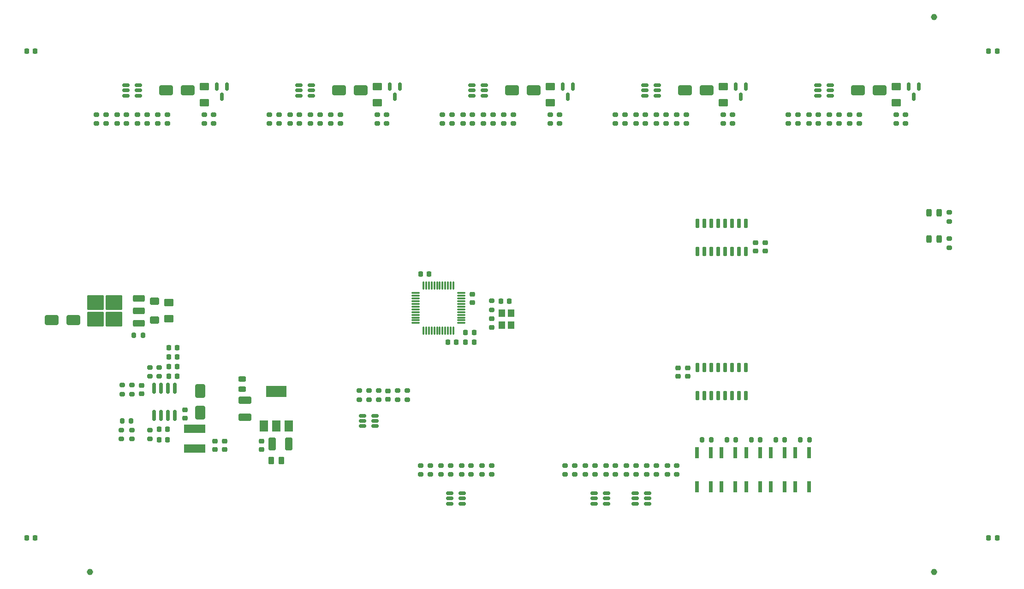
<source format=gbr>
%TF.GenerationSoftware,KiCad,Pcbnew,7.0.5*%
%TF.CreationDate,2023-06-14T02:28:05+02:00*%
%TF.ProjectId,bd845-pwb,62643834-352d-4707-9762-2e6b69636164,1.0.0*%
%TF.SameCoordinates,Original*%
%TF.FileFunction,Paste,Top*%
%TF.FilePolarity,Positive*%
%FSLAX46Y46*%
G04 Gerber Fmt 4.6, Leading zero omitted, Abs format (unit mm)*
G04 Created by KiCad (PCBNEW 7.0.5) date 2023-06-14 02:28:05*
%MOMM*%
%LPD*%
G01*
G04 APERTURE LIST*
G04 Aperture macros list*
%AMRoundRect*
0 Rectangle with rounded corners*
0 $1 Rounding radius*
0 $2 $3 $4 $5 $6 $7 $8 $9 X,Y pos of 4 corners*
0 Add a 4 corners polygon primitive as box body*
4,1,4,$2,$3,$4,$5,$6,$7,$8,$9,$2,$3,0*
0 Add four circle primitives for the rounded corners*
1,1,$1+$1,$2,$3*
1,1,$1+$1,$4,$5*
1,1,$1+$1,$6,$7*
1,1,$1+$1,$8,$9*
0 Add four rect primitives between the rounded corners*
20,1,$1+$1,$2,$3,$4,$5,0*
20,1,$1+$1,$4,$5,$6,$7,0*
20,1,$1+$1,$6,$7,$8,$9,0*
20,1,$1+$1,$8,$9,$2,$3,0*%
G04 Aperture macros list end*
%ADD10RoundRect,0.200000X-0.275000X0.200000X-0.275000X-0.200000X0.275000X-0.200000X0.275000X0.200000X0*%
%ADD11RoundRect,0.225000X0.250000X-0.225000X0.250000X0.225000X-0.250000X0.225000X-0.250000X-0.225000X0*%
%ADD12RoundRect,0.200000X0.275000X-0.200000X0.275000X0.200000X-0.275000X0.200000X-0.275000X-0.200000X0*%
%ADD13RoundRect,0.150000X0.512500X0.150000X-0.512500X0.150000X-0.512500X-0.150000X0.512500X-0.150000X0*%
%ADD14R,0.640000X2.000000*%
%ADD15RoundRect,0.243750X-0.456250X0.243750X-0.456250X-0.243750X0.456250X-0.243750X0.456250X0.243750X0*%
%ADD16RoundRect,0.200000X0.200000X0.275000X-0.200000X0.275000X-0.200000X-0.275000X0.200000X-0.275000X0*%
%ADD17RoundRect,0.225000X-0.250000X0.225000X-0.250000X-0.225000X0.250000X-0.225000X0.250000X0.225000X0*%
%ADD18RoundRect,0.250001X-0.624999X0.462499X-0.624999X-0.462499X0.624999X-0.462499X0.624999X0.462499X0*%
%ADD19RoundRect,0.075000X0.662500X0.075000X-0.662500X0.075000X-0.662500X-0.075000X0.662500X-0.075000X0*%
%ADD20RoundRect,0.075000X0.075000X0.662500X-0.075000X0.662500X-0.075000X-0.662500X0.075000X-0.662500X0*%
%ADD21RoundRect,0.225000X-0.225000X-0.250000X0.225000X-0.250000X0.225000X0.250000X-0.225000X0.250000X0*%
%ADD22RoundRect,0.150000X-0.150000X0.825000X-0.150000X-0.825000X0.150000X-0.825000X0.150000X0.825000X0*%
%ADD23RoundRect,0.250000X-1.000000X-0.650000X1.000000X-0.650000X1.000000X0.650000X-1.000000X0.650000X0*%
%ADD24RoundRect,0.225000X0.225000X0.250000X-0.225000X0.250000X-0.225000X-0.250000X0.225000X-0.250000X0*%
%ADD25RoundRect,0.243750X0.243750X0.456250X-0.243750X0.456250X-0.243750X-0.456250X0.243750X-0.456250X0*%
%ADD26RoundRect,0.250000X0.650000X-1.000000X0.650000X1.000000X-0.650000X1.000000X-0.650000X-1.000000X0*%
%ADD27RoundRect,0.150000X-0.512500X-0.150000X0.512500X-0.150000X0.512500X0.150000X-0.512500X0.150000X0*%
%ADD28RoundRect,0.250000X0.412500X0.925000X-0.412500X0.925000X-0.412500X-0.925000X0.412500X-0.925000X0*%
%ADD29RoundRect,0.250000X-0.600000X0.400000X-0.600000X-0.400000X0.600000X-0.400000X0.600000X0.400000X0*%
%ADD30RoundRect,0.150000X-0.150000X0.587500X-0.150000X-0.587500X0.150000X-0.587500X0.150000X0.587500X0*%
%ADD31R,1.500000X2.000000*%
%ADD32R,3.800000X2.000000*%
%ADD33C,1.152000*%
%ADD34RoundRect,0.200000X-0.200000X-0.275000X0.200000X-0.275000X0.200000X0.275000X-0.200000X0.275000X0*%
%ADD35RoundRect,0.150000X-0.150000X0.725000X-0.150000X-0.725000X0.150000X-0.725000X0.150000X0.725000X0*%
%ADD36R,1.200000X1.400000*%
%ADD37RoundRect,0.250000X-0.925000X0.412500X-0.925000X-0.412500X0.925000X-0.412500X0.925000X0.412500X0*%
%ADD38RoundRect,0.250000X0.850000X0.350000X-0.850000X0.350000X-0.850000X-0.350000X0.850000X-0.350000X0*%
%ADD39RoundRect,0.250000X1.275000X1.125000X-1.275000X1.125000X-1.275000X-1.125000X1.275000X-1.125000X0*%
%ADD40R,4.000000X1.500000*%
%ADD41RoundRect,0.250000X-0.262500X-0.450000X0.262500X-0.450000X0.262500X0.450000X-0.262500X0.450000X0*%
%ADD42RoundRect,0.150000X0.150000X-0.725000X0.150000X0.725000X-0.150000X0.725000X-0.150000X-0.725000X0*%
G04 APERTURE END LIST*
D10*
%TO.C,R203*%
X81750000Y-109425000D03*
X81750000Y-111075000D03*
%TD*%
D11*
%TO.C,C211*%
X93750000Y-124525000D03*
X93750000Y-122975000D03*
%TD*%
D12*
%TO.C,R507*%
X79500000Y-64575000D03*
X79500000Y-62925000D03*
%TD*%
D13*
%TO.C,U901*%
X204887500Y-59450000D03*
X204887500Y-58500000D03*
X204887500Y-57550000D03*
X202612500Y-57550000D03*
X202612500Y-58500000D03*
X202612500Y-59450000D03*
%TD*%
D12*
%TO.C,R210*%
X226750000Y-82575000D03*
X226750000Y-80925000D03*
%TD*%
D14*
%TO.C,U405*%
X183020000Y-125100000D03*
X180480000Y-125100000D03*
X180480000Y-131400000D03*
X183020000Y-131400000D03*
%TD*%
D12*
%TO.C,R502*%
X74000000Y-64575000D03*
X74000000Y-62925000D03*
%TD*%
%TO.C,R417*%
X158000000Y-129075000D03*
X158000000Y-127425000D03*
%TD*%
D15*
%TO.C,F202*%
X97000000Y-111562500D03*
X97000000Y-113437500D03*
%TD*%
D12*
%TO.C,R407*%
X160000000Y-129075000D03*
X160000000Y-127425000D03*
%TD*%
D11*
%TO.C,C212*%
X100500000Y-124525000D03*
X100500000Y-122975000D03*
%TD*%
D10*
%TO.C,R510*%
X90000000Y-62925000D03*
X90000000Y-64575000D03*
%TD*%
%TO.C,R509*%
X91750000Y-62925000D03*
X91750000Y-64575000D03*
%TD*%
D12*
%TO.C,R104*%
X135250000Y-129075000D03*
X135250000Y-127425000D03*
%TD*%
D13*
%TO.C,U801*%
X173137500Y-59450000D03*
X173137500Y-58500000D03*
X173137500Y-57550000D03*
X170862500Y-57550000D03*
X170862500Y-58500000D03*
X170862500Y-59450000D03*
%TD*%
D16*
%TO.C,R208*%
X76575000Y-119250000D03*
X74925000Y-119250000D03*
%TD*%
D13*
%TO.C,U501*%
X77887500Y-59450000D03*
X77887500Y-58500000D03*
X77887500Y-57550000D03*
X75612500Y-57550000D03*
X75612500Y-58500000D03*
X75612500Y-59450000D03*
%TD*%
D12*
%TO.C,R207*%
X76750000Y-122575000D03*
X76750000Y-120925000D03*
%TD*%
%TO.C,R508*%
X83250000Y-64575000D03*
X83250000Y-62925000D03*
%TD*%
%TO.C,R802*%
X169250000Y-64575000D03*
X169250000Y-62925000D03*
%TD*%
D17*
%TO.C,C206*%
X78500000Y-112725000D03*
X78500000Y-114275000D03*
%TD*%
D18*
%TO.C,F901*%
X217000000Y-57762500D03*
X217000000Y-60737500D03*
%TD*%
D19*
%TO.C,U301*%
X137162500Y-101250000D03*
X137162500Y-100750000D03*
X137162500Y-100250000D03*
X137162500Y-99750000D03*
X137162500Y-99250000D03*
X137162500Y-98750000D03*
X137162500Y-98250000D03*
X137162500Y-97750000D03*
X137162500Y-97250000D03*
X137162500Y-96750000D03*
X137162500Y-96250000D03*
X137162500Y-95750000D03*
D20*
X135750000Y-94337500D03*
X135250000Y-94337500D03*
X134750000Y-94337500D03*
X134250000Y-94337500D03*
X133750000Y-94337500D03*
X133250000Y-94337500D03*
X132750000Y-94337500D03*
X132250000Y-94337500D03*
X131750000Y-94337500D03*
X131250000Y-94337500D03*
X130750000Y-94337500D03*
X130250000Y-94337500D03*
D19*
X128837500Y-95750000D03*
X128837500Y-96250000D03*
X128837500Y-96750000D03*
X128837500Y-97250000D03*
X128837500Y-97750000D03*
X128837500Y-98250000D03*
X128837500Y-98750000D03*
X128837500Y-99250000D03*
X128837500Y-99750000D03*
X128837500Y-100250000D03*
X128837500Y-100750000D03*
X128837500Y-101250000D03*
D20*
X130250000Y-102662500D03*
X130750000Y-102662500D03*
X131250000Y-102662500D03*
X131750000Y-102662500D03*
X132250000Y-102662500D03*
X132750000Y-102662500D03*
X133250000Y-102662500D03*
X133750000Y-102662500D03*
X134250000Y-102662500D03*
X134750000Y-102662500D03*
X135250000Y-102662500D03*
X135750000Y-102662500D03*
%TD*%
D12*
%TO.C,R503*%
X77750000Y-64575000D03*
X77750000Y-62925000D03*
%TD*%
D10*
%TO.C,R209*%
X74750000Y-120925000D03*
X74750000Y-122575000D03*
%TD*%
D12*
%TO.C,R303*%
X142750000Y-98825000D03*
X142750000Y-97175000D03*
%TD*%
D21*
%TO.C,C208*%
X81725000Y-122750000D03*
X83275000Y-122750000D03*
%TD*%
D12*
%TO.C,R406*%
X156250000Y-129075000D03*
X156250000Y-127425000D03*
%TD*%
D21*
%TO.C,C306*%
X129725000Y-92250000D03*
X131275000Y-92250000D03*
%TD*%
D13*
%TO.C,U302*%
X121387500Y-120200000D03*
X121387500Y-119250000D03*
X121387500Y-118300000D03*
X119112500Y-118300000D03*
X119112500Y-119250000D03*
X119112500Y-120200000D03*
%TD*%
D17*
%TO.C,C301*%
X142750000Y-100475000D03*
X142750000Y-102025000D03*
%TD*%
D12*
%TO.C,R108*%
X133500000Y-129075000D03*
X133500000Y-127425000D03*
%TD*%
D22*
%TO.C,U201*%
X84655000Y-113275000D03*
X83385000Y-113275000D03*
X82115000Y-113275000D03*
X80845000Y-113275000D03*
X80845000Y-118225000D03*
X82115000Y-118225000D03*
X83385000Y-118225000D03*
X84655000Y-118225000D03*
%TD*%
D12*
%TO.C,R606*%
X107500000Y-64575000D03*
X107500000Y-62925000D03*
%TD*%
%TO.C,R608*%
X115000000Y-64575000D03*
X115000000Y-62925000D03*
%TD*%
D23*
%TO.C,D601*%
X114750000Y-58500000D03*
X118750000Y-58500000D03*
%TD*%
D24*
%TO.C,C102*%
X235550000Y-51250000D03*
X234000000Y-51250000D03*
%TD*%
D25*
%TO.C,D204*%
X224937500Y-81000000D03*
X223062500Y-81000000D03*
%TD*%
D12*
%TO.C,R102*%
X142750000Y-129075000D03*
X142750000Y-127425000D03*
%TD*%
D26*
%TO.C,D203*%
X89250000Y-117750000D03*
X89250000Y-113750000D03*
%TD*%
D27*
%TO.C,U406*%
X169112500Y-132550000D03*
X169112500Y-133500000D03*
X169112500Y-134450000D03*
X171387500Y-134450000D03*
X171387500Y-133500000D03*
X171387500Y-132550000D03*
%TD*%
D12*
%TO.C,R505*%
X72000000Y-64575000D03*
X72000000Y-62925000D03*
%TD*%
D17*
%TO.C,C307*%
X139250000Y-95975000D03*
X139250000Y-97525000D03*
%TD*%
D13*
%TO.C,U601*%
X109637500Y-59450000D03*
X109637500Y-58500000D03*
X109637500Y-57550000D03*
X107362500Y-57550000D03*
X107362500Y-58500000D03*
X107362500Y-59450000D03*
%TD*%
D23*
%TO.C,D701*%
X146500000Y-58500000D03*
X150500000Y-58500000D03*
%TD*%
D28*
%TO.C,C213*%
X105537500Y-123500000D03*
X102462500Y-123500000D03*
%TD*%
D11*
%TO.C,C105*%
X191250000Y-88025000D03*
X191250000Y-86475000D03*
%TD*%
D12*
%TO.C,R411*%
X175000000Y-129075000D03*
X175000000Y-127425000D03*
%TD*%
D10*
%TO.C,R709*%
X155250000Y-62925000D03*
X155250000Y-64575000D03*
%TD*%
D21*
%TO.C,C303*%
X144475000Y-97250000D03*
X146025000Y-97250000D03*
%TD*%
D23*
%TO.C,D901*%
X210000000Y-58500000D03*
X214000000Y-58500000D03*
%TD*%
D17*
%TO.C,C302*%
X123750000Y-113725000D03*
X123750000Y-115275000D03*
%TD*%
D12*
%TO.C,R806*%
X171000000Y-64575000D03*
X171000000Y-62925000D03*
%TD*%
%TO.C,R908*%
X210250000Y-64575000D03*
X210250000Y-62925000D03*
%TD*%
D29*
%TO.C,D202*%
X80925000Y-97250000D03*
X80925000Y-100750000D03*
%TD*%
D30*
%TO.C,Q701*%
X157700000Y-57812500D03*
X155800000Y-57812500D03*
X156750000Y-59687500D03*
%TD*%
D10*
%TO.C,R202*%
X75000000Y-112675000D03*
X75000000Y-114325000D03*
%TD*%
D12*
%TO.C,R708*%
X146750000Y-64575000D03*
X146750000Y-62925000D03*
%TD*%
%TO.C,R803*%
X173000000Y-64575000D03*
X173000000Y-62925000D03*
%TD*%
D31*
%TO.C,U202*%
X100950000Y-120150000D03*
X103250000Y-120150000D03*
D32*
X103250000Y-113850000D03*
D31*
X105550000Y-120150000D03*
%TD*%
D10*
%TO.C,R710*%
X153500000Y-62925000D03*
X153500000Y-64575000D03*
%TD*%
D12*
%TO.C,R415*%
X165500000Y-129075000D03*
X165500000Y-127425000D03*
%TD*%
%TO.C,R807*%
X174750000Y-64575000D03*
X174750000Y-62925000D03*
%TD*%
D21*
%TO.C,C101*%
X57450000Y-51250000D03*
X59000000Y-51250000D03*
%TD*%
D12*
%TO.C,R105*%
X131500000Y-129075000D03*
X131500000Y-127425000D03*
%TD*%
D13*
%TO.C,U701*%
X141387500Y-59450000D03*
X141387500Y-58500000D03*
X141387500Y-57550000D03*
X139112500Y-57550000D03*
X139112500Y-58500000D03*
X139112500Y-59450000D03*
%TD*%
D10*
%TO.C,R302*%
X127250000Y-113675000D03*
X127250000Y-115325000D03*
%TD*%
%TO.C,R910*%
X217000000Y-62925000D03*
X217000000Y-64575000D03*
%TD*%
D33*
%TO.C,REF\u002A\u002A*%
X224000000Y-147000000D03*
%TD*%
D21*
%TO.C,C205*%
X83475000Y-111000000D03*
X85025000Y-111000000D03*
%TD*%
D30*
%TO.C,Q901*%
X221200000Y-57812500D03*
X219300000Y-57812500D03*
X220250000Y-59687500D03*
%TD*%
D12*
%TO.C,R204*%
X80000000Y-111075000D03*
X80000000Y-109425000D03*
%TD*%
D33*
%TO.C,REF\u002A\u002A*%
X224000000Y-45000000D03*
%TD*%
D17*
%TO.C,C209*%
X86500000Y-117225000D03*
X86500000Y-118775000D03*
%TD*%
D34*
%TO.C,R403*%
X190425000Y-122750000D03*
X192075000Y-122750000D03*
%TD*%
%TO.C,R402*%
X194925000Y-122750000D03*
X196575000Y-122750000D03*
%TD*%
D12*
%TO.C,R409*%
X167500000Y-129075000D03*
X167500000Y-127425000D03*
%TD*%
D34*
%TO.C,R405*%
X181425000Y-122750000D03*
X183075000Y-122750000D03*
%TD*%
D12*
%TO.C,R304*%
X122000000Y-115325000D03*
X122000000Y-113675000D03*
%TD*%
%TO.C,R416*%
X161750000Y-129075000D03*
X161750000Y-127425000D03*
%TD*%
D34*
%TO.C,R401*%
X199425000Y-122750000D03*
X201075000Y-122750000D03*
%TD*%
D35*
%TO.C,U101*%
X189445000Y-82925000D03*
X188175000Y-82925000D03*
X186905000Y-82925000D03*
X185635000Y-82925000D03*
X184365000Y-82925000D03*
X183095000Y-82925000D03*
X181825000Y-82925000D03*
X180555000Y-82925000D03*
X180555000Y-88075000D03*
X181825000Y-88075000D03*
X183095000Y-88075000D03*
X184365000Y-88075000D03*
X185635000Y-88075000D03*
X186905000Y-88075000D03*
X188175000Y-88075000D03*
X189445000Y-88075000D03*
%TD*%
D12*
%TO.C,R906*%
X202750000Y-64575000D03*
X202750000Y-62925000D03*
%TD*%
%TO.C,R601*%
X102000000Y-64575000D03*
X102000000Y-62925000D03*
%TD*%
D21*
%TO.C,C203*%
X83475000Y-107500000D03*
X85025000Y-107500000D03*
%TD*%
D18*
%TO.C,F801*%
X185250000Y-57762500D03*
X185250000Y-60737500D03*
%TD*%
D10*
%TO.C,R909*%
X218750000Y-62925000D03*
X218750000Y-64575000D03*
%TD*%
%TO.C,R206*%
X80000000Y-120925000D03*
X80000000Y-122575000D03*
%TD*%
D12*
%TO.C,R301*%
X125500000Y-115325000D03*
X125500000Y-113675000D03*
%TD*%
D21*
%TO.C,C204*%
X83475000Y-109250000D03*
X85025000Y-109250000D03*
%TD*%
D12*
%TO.C,R701*%
X133750000Y-64575000D03*
X133750000Y-62925000D03*
%TD*%
D36*
%TO.C,Y301*%
X146350000Y-101600000D03*
X146350000Y-99400000D03*
X144650000Y-99400000D03*
X144650000Y-101600000D03*
%TD*%
D23*
%TO.C,D501*%
X83000000Y-58500000D03*
X87000000Y-58500000D03*
%TD*%
D25*
%TO.C,D101*%
X224937500Y-85825000D03*
X223062500Y-85825000D03*
%TD*%
D14*
%TO.C,U401*%
X201020000Y-125100000D03*
X198480000Y-125100000D03*
X198480000Y-131400000D03*
X201020000Y-131400000D03*
%TD*%
D12*
%TO.C,R603*%
X109500000Y-64575000D03*
X109500000Y-62925000D03*
%TD*%
%TO.C,R605*%
X103750000Y-64575000D03*
X103750000Y-62925000D03*
%TD*%
%TO.C,R702*%
X137500000Y-64575000D03*
X137500000Y-62925000D03*
%TD*%
D37*
%TO.C,C214*%
X97500000Y-115462500D03*
X97500000Y-118537500D03*
%TD*%
D12*
%TO.C,R103*%
X139000000Y-129075000D03*
X139000000Y-127425000D03*
%TD*%
D38*
%TO.C,Q201*%
X78050000Y-101280000D03*
X78050000Y-99000000D03*
D39*
X73425000Y-100525000D03*
X73425000Y-97475000D03*
X70075000Y-100525000D03*
X70075000Y-97475000D03*
D38*
X78050000Y-96720000D03*
%TD*%
D21*
%TO.C,C104*%
X57450000Y-140750000D03*
X59000000Y-140750000D03*
%TD*%
D10*
%TO.C,R101*%
X226750000Y-85750000D03*
X226750000Y-87400000D03*
%TD*%
D16*
%TO.C,R201*%
X78750000Y-103500000D03*
X77100000Y-103500000D03*
%TD*%
D27*
%TO.C,U407*%
X161612500Y-132550000D03*
X161612500Y-133500000D03*
X161612500Y-134450000D03*
X163887500Y-134450000D03*
X163887500Y-133500000D03*
X163887500Y-132550000D03*
%TD*%
D12*
%TO.C,R801*%
X165500000Y-64575000D03*
X165500000Y-62925000D03*
%TD*%
D18*
%TO.C,F601*%
X121750000Y-57762500D03*
X121750000Y-60737500D03*
%TD*%
D12*
%TO.C,R501*%
X70250000Y-64575000D03*
X70250000Y-62925000D03*
%TD*%
%TO.C,R109*%
X129750000Y-129075000D03*
X129750000Y-127425000D03*
%TD*%
%TO.C,R604*%
X113250000Y-64575000D03*
X113250000Y-62925000D03*
%TD*%
%TO.C,R305*%
X120250000Y-115325000D03*
X120250000Y-113675000D03*
%TD*%
%TO.C,R905*%
X199000000Y-64575000D03*
X199000000Y-62925000D03*
%TD*%
%TO.C,R901*%
X197250000Y-64575000D03*
X197250000Y-62925000D03*
%TD*%
D40*
%TO.C,L201*%
X88250000Y-120700000D03*
X88250000Y-124300000D03*
%TD*%
D12*
%TO.C,R804*%
X176750000Y-64575000D03*
X176750000Y-62925000D03*
%TD*%
D21*
%TO.C,C304*%
X137975000Y-104750000D03*
X139525000Y-104750000D03*
%TD*%
D12*
%TO.C,R704*%
X145000000Y-64575000D03*
X145000000Y-62925000D03*
%TD*%
%TO.C,R504*%
X81500000Y-64575000D03*
X81500000Y-62925000D03*
%TD*%
D10*
%TO.C,R810*%
X185250000Y-62925000D03*
X185250000Y-64575000D03*
%TD*%
D30*
%TO.C,Q501*%
X94200000Y-57812500D03*
X92300000Y-57812500D03*
X93250000Y-59687500D03*
%TD*%
D12*
%TO.C,R907*%
X206500000Y-64575000D03*
X206500000Y-62925000D03*
%TD*%
D21*
%TO.C,C308*%
X137975000Y-103000000D03*
X139525000Y-103000000D03*
%TD*%
%TO.C,C207*%
X81725000Y-120750000D03*
X83275000Y-120750000D03*
%TD*%
D10*
%TO.C,R809*%
X187000000Y-62925000D03*
X187000000Y-64575000D03*
%TD*%
D12*
%TO.C,R506*%
X75750000Y-64575000D03*
X75750000Y-62925000D03*
%TD*%
D18*
%TO.C,F201*%
X83500000Y-97512500D03*
X83500000Y-100487500D03*
%TD*%
D12*
%TO.C,R706*%
X139250000Y-64575000D03*
X139250000Y-62925000D03*
%TD*%
D17*
%TO.C,C107*%
X177000000Y-109475000D03*
X177000000Y-111025000D03*
%TD*%
D12*
%TO.C,R414*%
X169250000Y-129075000D03*
X169250000Y-127425000D03*
%TD*%
D23*
%TO.C,D201*%
X62000000Y-100750000D03*
X66000000Y-100750000D03*
%TD*%
D12*
%TO.C,R306*%
X118500000Y-115325000D03*
X118500000Y-113675000D03*
%TD*%
%TO.C,R904*%
X208500000Y-64575000D03*
X208500000Y-62925000D03*
%TD*%
%TO.C,R903*%
X204750000Y-64575000D03*
X204750000Y-62925000D03*
%TD*%
D34*
%TO.C,R404*%
X185925000Y-122750000D03*
X187575000Y-122750000D03*
%TD*%
D10*
%TO.C,R205*%
X76750000Y-112675000D03*
X76750000Y-114325000D03*
%TD*%
D12*
%TO.C,R705*%
X135500000Y-64575000D03*
X135500000Y-62925000D03*
%TD*%
D30*
%TO.C,Q801*%
X189450000Y-57812500D03*
X187550000Y-57812500D03*
X188500000Y-59687500D03*
%TD*%
D12*
%TO.C,R410*%
X171250000Y-129075000D03*
X171250000Y-127425000D03*
%TD*%
D14*
%TO.C,U404*%
X187520000Y-125100000D03*
X184980000Y-125100000D03*
X184980000Y-131400000D03*
X187520000Y-131400000D03*
%TD*%
D12*
%TO.C,R408*%
X163750000Y-129075000D03*
X163750000Y-127425000D03*
%TD*%
D14*
%TO.C,U402*%
X196520000Y-125100000D03*
X193980000Y-125100000D03*
X193980000Y-131400000D03*
X196520000Y-131400000D03*
%TD*%
D11*
%TO.C,C106*%
X193000000Y-88025000D03*
X193000000Y-86475000D03*
%TD*%
D12*
%TO.C,R602*%
X105750000Y-64575000D03*
X105750000Y-62925000D03*
%TD*%
%TO.C,R412*%
X176750000Y-129075000D03*
X176750000Y-127425000D03*
%TD*%
D14*
%TO.C,U403*%
X192020000Y-125100000D03*
X189480000Y-125100000D03*
X189480000Y-131400000D03*
X192020000Y-131400000D03*
%TD*%
D12*
%TO.C,R607*%
X111250000Y-64575000D03*
X111250000Y-62925000D03*
%TD*%
D33*
%TO.C,REF\u002A\u002A*%
X69000000Y-147000000D03*
%TD*%
D18*
%TO.C,F701*%
X153500000Y-57762500D03*
X153500000Y-60737500D03*
%TD*%
D12*
%TO.C,R805*%
X167250000Y-64575000D03*
X167250000Y-62925000D03*
%TD*%
D18*
%TO.C,F501*%
X90000000Y-57762500D03*
X90000000Y-60737500D03*
%TD*%
D10*
%TO.C,R609*%
X123500000Y-62925000D03*
X123500000Y-64575000D03*
%TD*%
D12*
%TO.C,R703*%
X141250000Y-64575000D03*
X141250000Y-62925000D03*
%TD*%
%TO.C,R707*%
X143000000Y-64575000D03*
X143000000Y-62925000D03*
%TD*%
%TO.C,R107*%
X137250000Y-129075000D03*
X137250000Y-127425000D03*
%TD*%
D30*
%TO.C,Q601*%
X125950000Y-57812500D03*
X124050000Y-57812500D03*
X125000000Y-59687500D03*
%TD*%
D12*
%TO.C,R808*%
X178500000Y-64575000D03*
X178500000Y-62925000D03*
%TD*%
D17*
%TO.C,C108*%
X178750000Y-109475000D03*
X178750000Y-111025000D03*
%TD*%
D41*
%TO.C,L202*%
X102337500Y-126500000D03*
X104162500Y-126500000D03*
%TD*%
D11*
%TO.C,C210*%
X92000000Y-124525000D03*
X92000000Y-122975000D03*
%TD*%
D12*
%TO.C,R902*%
X201000000Y-64575000D03*
X201000000Y-62925000D03*
%TD*%
D24*
%TO.C,C103*%
X235550000Y-140750000D03*
X234000000Y-140750000D03*
%TD*%
D10*
%TO.C,R610*%
X121750000Y-62925000D03*
X121750000Y-64575000D03*
%TD*%
D24*
%TO.C,C305*%
X136275000Y-104750000D03*
X134725000Y-104750000D03*
%TD*%
D27*
%TO.C,U103*%
X135112500Y-132550000D03*
X135112500Y-133500000D03*
X135112500Y-134450000D03*
X137387500Y-134450000D03*
X137387500Y-133500000D03*
X137387500Y-132550000D03*
%TD*%
D23*
%TO.C,D801*%
X178250000Y-58500000D03*
X182250000Y-58500000D03*
%TD*%
D42*
%TO.C,U102*%
X180555000Y-114575000D03*
X181825000Y-114575000D03*
X183095000Y-114575000D03*
X184365000Y-114575000D03*
X185635000Y-114575000D03*
X186905000Y-114575000D03*
X188175000Y-114575000D03*
X189445000Y-114575000D03*
X189445000Y-109425000D03*
X188175000Y-109425000D03*
X186905000Y-109425000D03*
X185635000Y-109425000D03*
X184365000Y-109425000D03*
X183095000Y-109425000D03*
X181825000Y-109425000D03*
X180555000Y-109425000D03*
%TD*%
D12*
%TO.C,R106*%
X141000000Y-129075000D03*
X141000000Y-127425000D03*
%TD*%
%TO.C,R413*%
X173000000Y-129075000D03*
X173000000Y-127425000D03*
%TD*%
D21*
%TO.C,C202*%
X83475000Y-105750000D03*
X85025000Y-105750000D03*
%TD*%
M02*

</source>
